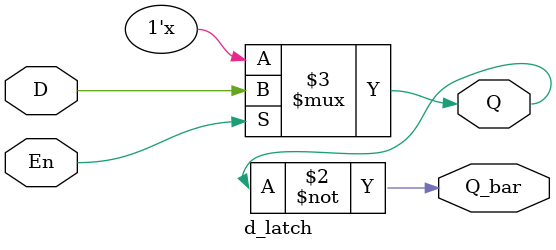
<source format=v>
`timescale 1ns / 1ps

module d_latch(
    input wire D,    // Data input
    input wire En,   // Enable (level-based)
    output reg Q,    // Output
    output wire Q_bar
);
    always @(*) begin
        if (En) begin
            // Transparent when En=1
            Q <= D;
        end
        else begin
            // Latch holds when En=0
            // No assignment => Q stays the same
        end
    end
    
    assign Q_bar = ~Q;
    
endmodule

</source>
